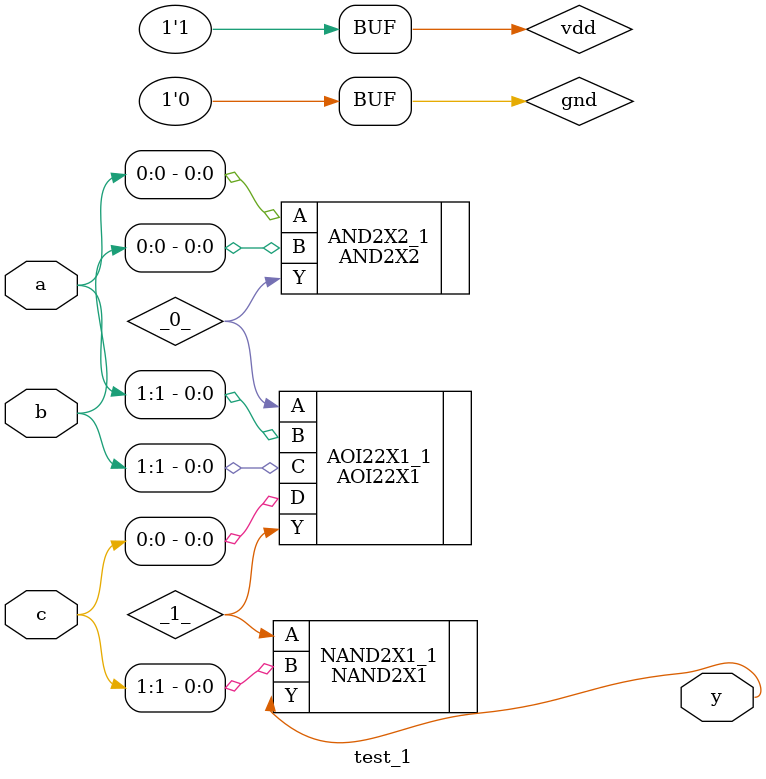
<source format=v>
module test_1 (a, b, c, y);

input [1:0] a;
input [1:0] b;
input [1:0] c;
output y;

wire vdd = 1'b1;
wire gnd = 1'b0;

AND2X2 AND2X2_1 ( .A(a[0]), .B(b[0]), .Y(_0_) );
AOI22X1 AOI22X1_1 ( .A(_0_), .B(a[1]), .C(b[1]), .D(c[0]), .Y(_1_) );
NAND2X1 NAND2X1_1 ( .A(_1_), .B(c[1]), .Y(y) );
endmodule

</source>
